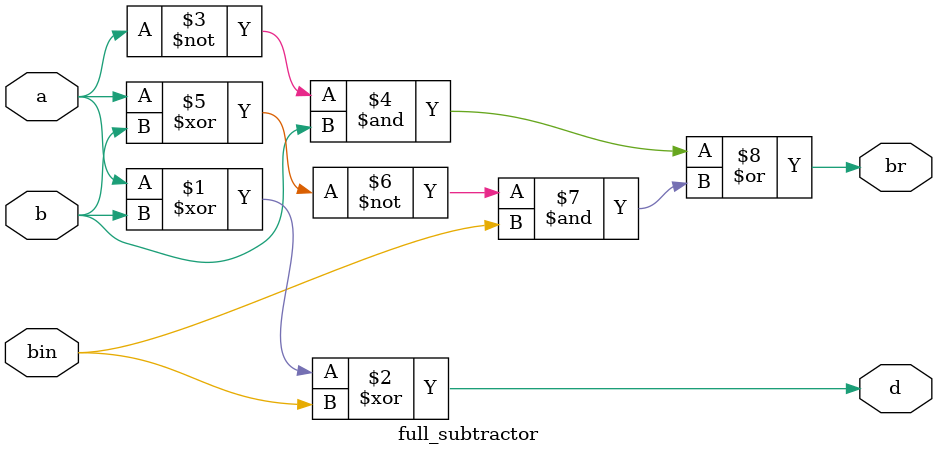
<source format=v>
`timescale 1ns / 1ps

module full_subtractor(
input a,b,bin,
output d,br
    );
    
    assign d=a^b^bin;
    assign br=(~a&b) | (~(a^b)&bin);
endmodule
</source>
